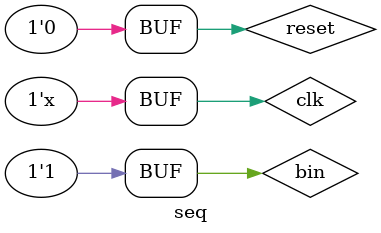
<source format=v>
`timescale 1ns / 1ps


module seq();
    reg clk, reset, bin;
    wire bout;
    
    seq_bit sb(clk, reset, bin, bout);
    
    always
        #10 clk = ~clk;
        
    initial begin
        reset = 1; clk = 0;
        #20 reset = 0; bin = 1;
        #20 bin = 0;
        #20 bin = 0;
        #20 bin = 1;
      end
endmodule

</source>
